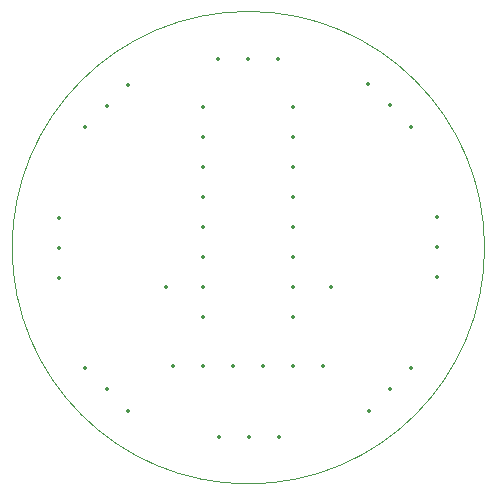
<source format=gm1>
%TF.GenerationSoftware,KiCad,Pcbnew,8.0.5*%
%TF.CreationDate,2024-12-10T18:09:28+10:00*%
%TF.ProjectId,windVane,77696e64-5661-46e6-952e-6b696361645f,rev?*%
%TF.SameCoordinates,Original*%
%TF.FileFunction,Profile,NP*%
%FSLAX46Y46*%
G04 Gerber Fmt 4.6, Leading zero omitted, Abs format (unit mm)*
G04 Created by KiCad (PCBNEW 8.0.5) date 2024-12-10 18:09:28*
%MOMM*%
%LPD*%
G01*
G04 APERTURE LIST*
%TA.AperFunction,Profile*%
%ADD10C,0.050000*%
%TD*%
%ADD11C,0.350000*%
G04 APERTURE END LIST*
D10*
X170000000Y-101000000D02*
G75*
G02*
X130000000Y-101000000I-20000000J0D01*
G01*
X130000000Y-101000000D02*
G75*
G02*
X170000000Y-101000000I20000000J0D01*
G01*
D11*
X147475000Y-117000000D03*
X150015000Y-117000000D03*
X152555000Y-117000000D03*
X160203949Y-114796051D03*
X162000000Y-113000000D03*
X163796051Y-111203949D03*
X163750000Y-90750000D03*
X161953949Y-88953949D03*
X160157898Y-87157898D03*
X134000000Y-98475000D03*
X134000000Y-101015000D03*
X134000000Y-103555000D03*
X146200000Y-89125000D03*
X146200000Y-91665000D03*
X146200000Y-94205000D03*
X146200000Y-96745000D03*
X146200000Y-99285000D03*
X146200000Y-101825000D03*
X146200000Y-104365000D03*
X146200000Y-106905000D03*
X153820000Y-106905000D03*
X153820000Y-104365000D03*
X153820000Y-101825000D03*
X153820000Y-99285000D03*
X153820000Y-96745000D03*
X153820000Y-94205000D03*
X153820000Y-91665000D03*
X153820000Y-89125000D03*
X143000000Y-104365000D03*
X136203949Y-111203949D03*
X138000000Y-113000000D03*
X139796051Y-114796051D03*
X152525000Y-85000000D03*
X149985000Y-85000000D03*
X147445000Y-85000000D03*
X157000000Y-104365000D03*
X166000000Y-103525000D03*
X166000000Y-100985000D03*
X166000000Y-98445000D03*
X139796051Y-87203949D03*
X138000000Y-89000000D03*
X136203949Y-90796051D03*
X143650000Y-111000000D03*
X146190000Y-111000000D03*
X148730000Y-111000000D03*
X151270000Y-111000000D03*
X153810000Y-111000000D03*
X156350000Y-111000000D03*
M02*

</source>
